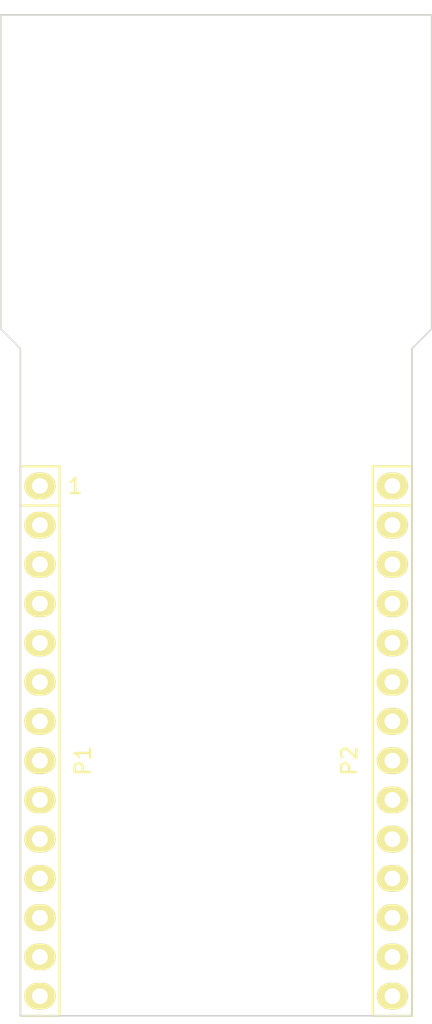
<source format=kicad_pcb>
(kicad_pcb (version 20221018) (generator pcbnew)
  (title_block (date "sam. 04 avril 2015"))
  (layers (0 "F.Cu" signal) (31 "B.Cu" signal) (34 "B.Paste" user) (35 "F.Paste" user) (36 "B.SilkS" user "B.Silkscreen") (37 "F.SilkS" user "F.Silkscreen") (38 "B.Mask" user) (39 "F.Mask" user) (44 "Edge.Cuts" user))
  (net 0 "")
  (net 1 "+3.3V")
  (net 2 "GND")
  (net 3 "/2")
  (net 4 "/3(**)")
  (net 5 "/4")
  (net 6 "/5(**)")
  (net 7 "/6(**)")
  (net 8 "/7")
  (net 9 "/8")
  (net 10 "/9(**)")
  (net 11 "/10(**/SCK)")
  (net 12 "/11(**/MOSI)")
  (net 13 "/12(MISO)")
  (net 14 "/13(SS)")
  (net 15 "/AREF")
  (net 16 "/RxI")
  (net 17 "/TxO")
  (net 18 "/DTR")
  (net 19 "/A0")
  (net 20 "/A1")
  (net 21 "/A2")
  (net 22 "/A3")
  (net 23 "/A4(SDA)")
  (net 24 "/A5(SCL)")
  (net 25 "/A6")
  (net 26 "/A7")
  (footprint "Socket_Arduino_Fio:Socket_Strip_Straight_1x14" (layer "F.Cu") (at 130.048 92.456 -90)
    (fp_text reference "P1" (at 17.78 -2.794 270) (layer "F.SilkS"))
    (fp_text value "Digital")
    (fp_line (start -1.27 -1.27) (end -1.27 1.27) (stroke (width 0.15)) (layer "F.SilkS"))
    (fp_line (start -1.27 -1.27) (end 1.27 -1.27) (stroke (width 0.15)) (layer "F.SilkS"))
    (fp_line (start -1.27 1.27) (end 1.27 1.27) (stroke (width 0.15)) (layer "F.SilkS"))
    (fp_line (start 1.27 -1.27) (end 34.29 -1.27) (stroke (width 0.15)) (layer "F.SilkS"))
    (fp_line (start 1.27 1.27) (end 1.27 -1.27) (stroke (width 0.15)) (layer "F.SilkS"))
    (fp_line (start 34.29 -1.27) (end 34.29 1.27) (stroke (width 0.15)) (layer "F.SilkS"))
    (fp_line (start 34.29 1.27) (end 1.27 1.27) (stroke (width 0.15)) (layer "F.SilkS"))
    (pad "1" thru_hole oval locked (at 0 0 270) (size 1.7272 2.032) (drill 1.016) (layers "*.Cu" "*.Mask" "F.SilkS") (net 1 "+3.3V"))
    (pad "2" thru_hole oval locked (at 2.54 0 270) (size 1.7272 2.032) (drill 1.016) (layers "*.Cu" "*.Mask" "F.SilkS") (net 2 "GND"))
    (pad "3" thru_hole oval locked (at 5.08 0 270) (size 1.7272 2.032) (drill 1.016) (layers "*.Cu" "*.Mask" "F.SilkS") (net 3 "/2"))
    (pad "4" thru_hole oval locked (at 7.62 0 270) (size 1.7272 2.032) (drill 1.016) (layers "*.Cu" "*.Mask" "F.SilkS") (net 4 "/3(**)"))
    (pad "5" thru_hole oval locked (at 10.16 0 270) (size 1.7272 2.032) (drill 1.016) (layers "*.Cu" "*.Mask" "F.SilkS") (net 5 "/4"))
    (pad "6" thru_hole oval locked (at 12.7 0 270) (size 1.7272 2.032) (drill 1.016) (layers "*.Cu" "*.Mask" "F.SilkS") (net 6 "/5(**)"))
    (pad "7" thru_hole oval locked (at 15.24 0 270) (size 1.7272 2.032) (drill 1.016) (layers "*.Cu" "*.Mask" "F.SilkS") (net 7 "/6(**)"))
    (pad "8" thru_hole oval locked (at 17.78 0 270) (size 1.7272 2.032) (drill 1.016) (layers "*.Cu" "*.Mask" "F.SilkS") (net 8 "/7"))
    (pad "9" thru_hole oval locked (at 20.32 0 270) (size 1.7272 2.032) (drill 1.016) (layers "*.Cu" "*.Mask" "F.SilkS") (net 9 "/8"))
    (pad "10" thru_hole oval locked (at 22.86 0 270) (size 1.7272 2.032) (drill 1.016) (layers "*.Cu" "*.Mask" "F.SilkS") (net 10 "/9(**)"))
    (pad "11" thru_hole oval locked (at 25.4 0 270) (size 1.7272 2.032) (drill 1.016) (layers "*.Cu" "*.Mask" "F.SilkS") (net 11 "/10(**/SCK)"))
    (pad "12" thru_hole oval locked (at 27.94 0 270) (size 1.7272 2.032) (drill 1.016) (layers "*.Cu" "*.Mask" "F.SilkS") (net 12 "/11(**/MOSI)"))
    (pad "13" thru_hole oval locked (at 30.48 0 270) (size 1.7272 2.032) (drill 1.016) (layers "*.Cu" "*.Mask" "F.SilkS") (net 13 "/12(MISO)"))
    (pad "14" thru_hole oval locked (at 33.02 0 270) (size 1.7272 2.032) (drill 1.016) (layers "*.Cu" "*.Mask" "F.SilkS") (net 14 "/13(SS)"))
  )
  (footprint "Socket_Arduino_Fio:Socket_Strip_Straight_1x14" (layer "F.Cu") (at 152.908 92.456 -90)
    (fp_text reference "P2" (at 17.78 2.794 270) (layer "F.SilkS"))
    (fp_text value "Analog")
    (fp_line (start -1.27 -1.27) (end -1.27 1.27) (stroke (width 0.15)) (layer "F.SilkS"))
    (fp_line (start -1.27 -1.27) (end 1.27 -1.27) (stroke (width 0.15)) (layer "F.SilkS"))
    (fp_line (start -1.27 1.27) (end 1.27 1.27) (stroke (width 0.15)) (layer "F.SilkS"))
    (fp_line (start 1.27 -1.27) (end 34.29 -1.27) (stroke (width 0.15)) (layer "F.SilkS"))
    (fp_line (start 1.27 1.27) (end 1.27 -1.27) (stroke (width 0.15)) (layer "F.SilkS"))
    (fp_line (start 34.29 -1.27) (end 34.29 1.27) (stroke (width 0.15)) (layer "F.SilkS"))
    (fp_line (start 34.29 1.27) (end 1.27 1.27) (stroke (width 0.15)) (layer "F.SilkS"))
    (pad "1" thru_hole oval locked (at 0 0 270) (size 1.7272 2.032) (drill 1.016) (layers "*.Cu" "*.Mask" "F.SilkS") (net 2 "GND"))
    (pad "2" thru_hole oval locked (at 2.54 0 270) (size 1.7272 2.032) (drill 1.016) (layers "*.Cu" "*.Mask" "F.SilkS") (net 15 "/AREF"))
    (pad "3" thru_hole oval locked (at 5.08 0 270) (size 1.7272 2.032) (drill 1.016) (layers "*.Cu" "*.Mask" "F.SilkS") (net 1 "+3.3V"))
    (pad "4" thru_hole oval locked (at 7.62 0 270) (size 1.7272 2.032) (drill 1.016) (layers "*.Cu" "*.Mask" "F.SilkS") (net 16 "/RxI"))
    (pad "5" thru_hole oval locked (at 10.16 0 270) (size 1.7272 2.032) (drill 1.016) (layers "*.Cu" "*.Mask" "F.SilkS") (net 17 "/TxO"))
    (pad "6" thru_hole oval locked (at 12.7 0 270) (size 1.7272 2.032) (drill 1.016) (layers "*.Cu" "*.Mask" "F.SilkS") (net 18 "/DTR"))
    (pad "7" thru_hole oval locked (at 15.24 0 270) (size 1.7272 2.032) (drill 1.016) (layers "*.Cu" "*.Mask" "F.SilkS") (net 19 "/A0"))
    (pad "8" thru_hole oval locked (at 17.78 0 270) (size 1.7272 2.032) (drill 1.016) (layers "*.Cu" "*.Mask" "F.SilkS") (net 20 "/A1"))
    (pad "9" thru_hole oval locked (at 20.32 0 270) (size 1.7272 2.032) (drill 1.016) (layers "*.Cu" "*.Mask" "F.SilkS") (net 21 "/A2"))
    (pad "10" thru_hole oval locked (at 22.86 0 270) (size 1.7272 2.032) (drill 1.016) (layers "*.Cu" "*.Mask" "F.SilkS") (net 22 "/A3"))
    (pad "11" thru_hole oval locked (at 25.4 0 270) (size 1.7272 2.032) (drill 1.016) (layers "*.Cu" "*.Mask" "F.SilkS") (net 23 "/A4(SDA)"))
    (pad "12" thru_hole oval locked (at 27.94 0 270) (size 1.7272 2.032) (drill 1.016) (layers "*.Cu" "*.Mask" "F.SilkS") (net 24 "/A5(SCL)"))
    (pad "13" thru_hole oval locked (at 30.48 0 270) (size 1.7272 2.032) (drill 1.016) (layers "*.Cu" "*.Mask" "F.SilkS") (net 25 "/A6"))
    (pad "14" thru_hole oval locked (at 33.02 0 270) (size 1.7272 2.032) (drill 1.016) (layers "*.Cu" "*.Mask" "F.SilkS") (net 26 "/A7"))
  )
  (gr_line (start 128.778 126.746) (end 154.178 126.746) (stroke (width 0.1)) (layer "Edge.Cuts"))
  (gr_line (start 128.778 83.566) (end 128.778 126.746) (stroke (width 0.1)) (layer "Edge.Cuts"))
  (gr_line (start 154.178 83.566) (end 155.448 82.296) (stroke (width 0.1)) (layer "Edge.Cuts"))
  (gr_line (start 127.508 82.296) (end 128.778 83.566) (stroke (width 0.1)) (layer "Edge.Cuts"))
  (gr_line (start 155.448 82.296) (end 155.448 61.976) (stroke (width 0.1)) (layer "Edge.Cuts"))
  (gr_line (start 127.508 61.976) (end 127.508 82.296) (stroke (width 0.1)) (layer "Edge.Cuts"))
  (gr_line (start 154.178 126.746) (end 154.178 83.566) (stroke (width 0.1)) (layer "Edge.Cuts"))
  (gr_line (start 155.448 61.976) (end 127.508 61.976) (stroke (width 0.1)) (layer "Edge.Cuts"))
  (gr_text "1\n" (at 132.334 92.456) (layer "F.SilkS") (effects (font (size 1 1))))
)
</source>
